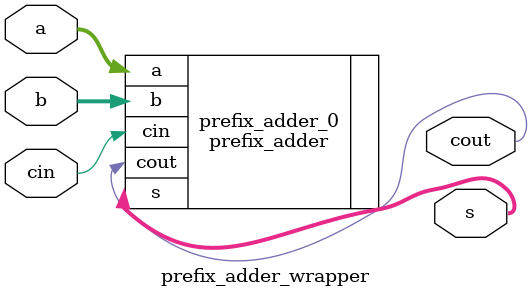
<source format=v>
module prefix_adder_wrapper
  #(parameter width=8)
   (input              cin,
    input [width-1:0]  a, b,
    output             cout,
    output [width-1:0] s);

   prefix_adder prefix_adder_0(
                               .cin(cin),
                               .a(a),
                               .b(b),
                               .cout(cout),
                               .s(s)
                               );
   
endmodule // prefix_adder_wrapper

</source>
